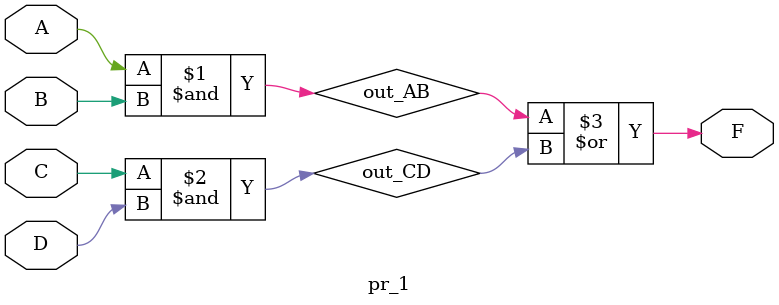
<source format=v>
module pr_1(A, B, C, D, F);

    output F;
    input A, B, C, D;

    wire out_AB, out_CD;

    and and_ab(out_AB, A, B);
    and and_cd(out_CD, C, D);
    or or_out_ab_cd(F, out_AB, out_CD);

endmodule
</source>
